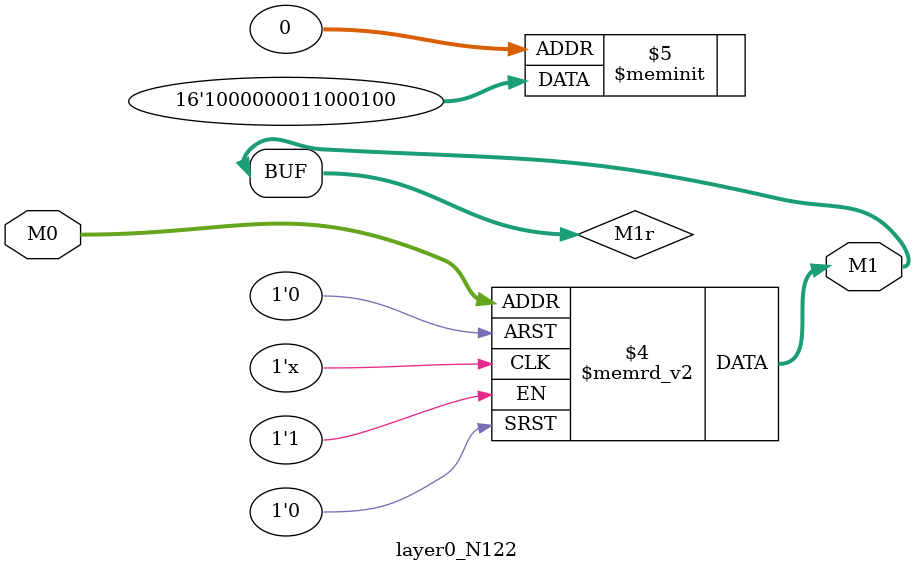
<source format=v>
module layer0_N122 ( input [2:0] M0, output [1:0] M1 );

	(*rom_style = "distributed" *) reg [1:0] M1r;
	assign M1 = M1r;
	always @ (M0) begin
		case (M0)
			3'b000: M1r = 2'b00;
			3'b100: M1r = 2'b00;
			3'b010: M1r = 2'b00;
			3'b110: M1r = 2'b00;
			3'b001: M1r = 2'b01;
			3'b101: M1r = 2'b00;
			3'b011: M1r = 2'b11;
			3'b111: M1r = 2'b10;

		endcase
	end
endmodule

</source>
